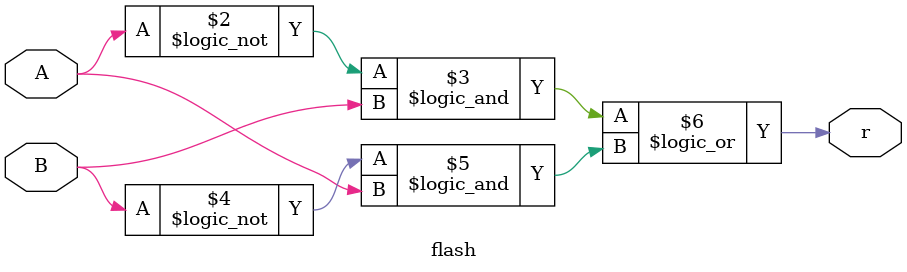
<source format=v>
module flash(
  input A,
  input B,
  output wire r,

);
reg r.g;
always@(A,B)
begin
  r=(!A&&B) || (!B&&A);
  
end
endmodule

</source>
